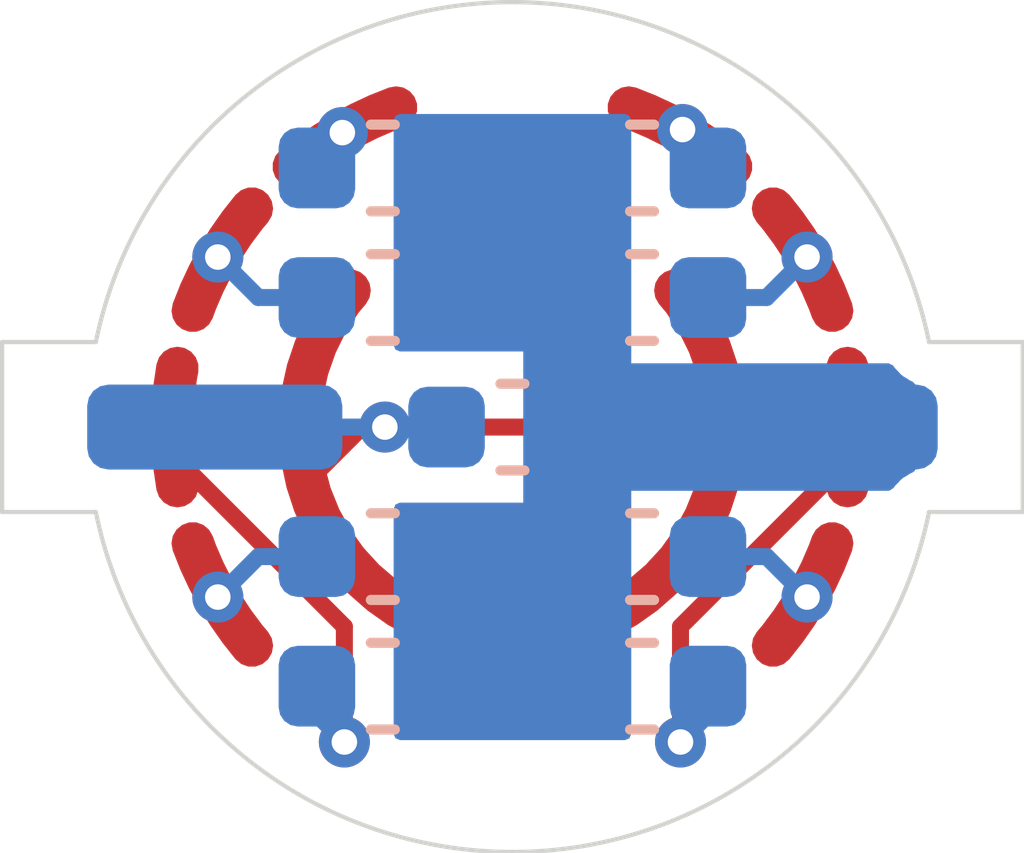
<source format=kicad_pcb>
(kicad_pcb (version 20241229) (generator "pcbnew") (generator_version "9.0")
  (layers (0 "F.Cu" signal) (2 "B.Cu" signal) (13 "F.Paste" user) (15 "B.Paste" user) (5 "F.SilkS" user "F.Silkscreen") (7 "B.SilkS" user "B.Silkscreen") (1 "F.Mask" user) (3 "B.Mask" user) (25 "Edge.Cuts" user))
  (net 0 "")
  (net 1 "/0")
  (net 2 "/1")
  (net 3 "/2")
  (net 4 "/3")
  (net 5 "/4")
  (net 6 "/5")
  (net 7 "/6")
  (net 8 "/7")
  (net 9 "/8")
  (net 10 "Net-(C101-Pad2)")
  (footprint "pad:7mm 20" (layer "F.Cu") (at 100 100 90)
    (property "Reference" "TP109" (hide yes))
    (property "Value" "TestPoint" (hide yes))
    (pad "1" smd custom (at 0 -4 90) (size 0.5 0.5) (layers "F.Cu" "F.Mask" "F.Paste") (net 8 "/7") (options (clearance outline) (anchor circle)) (primitives (gr_arc (start -0.695141 0.060866) (mid -0.3489 0.015246) (end 0 0) (width 0.5)) (gr_arc (start 0 0) (mid 0.3489 0.015245) (end 0.695141 0.060866) (width 0.5))))
  )
  (footprint "pad:7mm 20" (layer "F.Cu") (at 100 100 -90)
    (property "Reference" "TP105" (hide yes))
    (property "Value" "TestPoint" (hide yes))
    (pad "1" smd custom (at 0 -4 270) (size 0.5 0.5) (layers "F.Cu" "F.Mask" "F.Paste") (net 4 "/3") (options (clearance outline) (anchor circle)) (primitives (gr_arc (start -0.695141 0.060866) (mid -0.3489 0.015246) (end 0 0) (width 0.5)) (gr_arc (start 0 0) (mid 0.3489 0.015245) (end 0.695141 0.060866) (width 0.5))))
  )
  (footprint "pad:7mm 20" (layer "F.Cu") (at 100 100 30)
    (property "Reference" "TP107" (hide yes))
    (property "Value" "TestPoint" (hide yes))
    (pad "1" smd custom (at 0 -4 30) (size 0.5 0.5) (layers "F.Cu" "F.Mask" "F.Paste") (net 6 "/5") (options (clearance outline) (anchor circle)) (primitives (gr_arc (start -0.695141 0.060866) (mid -0.3489 0.015246) (end 0 0) (width 0.5)) (gr_arc (start 0 0) (mid 0.3489 0.015245) (end 0.695141 0.060866) (width 0.5))))
  )
  (footprint "pad:5mm 112.5" (layer "F.Cu") (at 100 100 -105)
    (property "Reference" "TP101" (hide yes))
    (property "Value" "TestPoint" (hide yes))
    (pad "1" smd custom (at 0 -2.500001 255) (size 0.5 0.5) (layers "F.Cu" "F.Mask" "F.Paste") (net 1 "/0") (options (clearance outline) (anchor circle)) (primitives (gr_arc (start -2.04808 1.066344) (mid -1.154526 0.282553) (end 0 0) (width 0.5)) (gr_arc (start 0 0) (mid 1.154526 0.282554) (end 2.04808 1.066345) (width 0.5))))
  )
  (footprint "pad:7mm 20" (layer "F.Cu") (at 100 100 -30)
    (property "Reference" "TP103" (hide yes))
    (property "Value" "TestPoint" (hide yes))
    (pad "1" smd custom (at 0 -4 330) (size 0.5 0.5) (layers "F.Cu" "F.Mask" "F.Paste") (net 2 "/1") (options (clearance outline) (anchor circle)) (primitives (gr_arc (start -0.695141 0.060866) (mid -0.3489 0.015246) (end 0 0) (width 0.5)) (gr_arc (start 0 0) (mid 0.3489 0.015245) (end 0.695141 0.060866) (width 0.5))))
  )
  (footprint "pad:5mm 112.5" (layer "F.Cu") (at 100 100 105)
    (property "Reference" "TP102" (hide yes))
    (property "Value" "TestPoint" (hide yes))
    (pad "1" smd custom (at 0 -2.500001 105) (size 0.5 0.5) (layers "F.Cu" "F.Mask" "F.Paste") (net 1 "/0") (options (clearance outline) (anchor circle)) (primitives (gr_arc (start -2.04808 1.066344) (mid -1.154526 0.282553) (end 0 0) (width 0.5)) (gr_arc (start 0 0) (mid 1.154526 0.282554) (end 2.04808 1.066345) (width 0.5))))
  )
  (footprint "pad:7mm 20" (layer "F.Cu") (at 100 100 60)
    (property "Reference" "TP108" (hide yes))
    (property "Value" "TestPoint" (hide yes))
    (pad "1" smd custom (at 0 -4 60) (size 0.5 0.5) (layers "F.Cu" "F.Mask" "F.Paste") (net 7 "/6") (options (clearance outline) (anchor circle)) (primitives (gr_arc (start -0.695141 0.060866) (mid -0.3489 0.015246) (end 0 0) (width 0.5)) (gr_arc (start 0 0) (mid 0.3489 0.015245) (end 0.695141 0.060866) (width 0.5))))
  )
  (footprint "pad:7mm 20" (layer "F.Cu") (at 100 100 -120)
    (property "Reference" "TP106" (hide yes))
    (property "Value" "TestPoint" (hide yes))
    (pad "1" smd custom (at 0 -4 240) (size 0.5 0.5) (layers "F.Cu" "F.Mask" "F.Paste") (net 5 "/4") (options (clearance outline) (anchor circle)) (primitives (gr_arc (start -0.695141 0.060866) (mid -0.3489 0.015246) (end 0 0) (width 0.5)) (gr_arc (start 0 0) (mid 0.3489 0.015245) (end 0.695141 0.060866) (width 0.5))))
  )
  (footprint "pad:7mm 20" (layer "F.Cu") (at 100 100 120)
    (property "Reference" "TP110" (hide yes))
    (property "Value" "TestPoint" (hide yes))
    (pad "1" smd custom (at 0 -4 120) (size 0.5 0.5) (layers "F.Cu" "F.Mask" "F.Paste") (net 9 "/8") (options (clearance outline) (anchor circle)) (primitives (gr_arc (start -0.695141 0.060866) (mid -0.3489 0.015246) (end 0 0) (width 0.5)) (gr_arc (start 0 0) (mid 0.3489 0.015245) (end 0.695141 0.060866) (width 0.5))))
  )
  (footprint "pad:7mm 20" (layer "F.Cu") (at 100 100 -60)
    (property "Reference" "TP104" (hide yes))
    (property "Value" "TestPoint" (hide yes))
    (pad "1" smd custom (at 0 -4 300) (size 0.5 0.5) (layers "F.Cu" "F.Mask" "F.Paste") (net 3 "/2") (options (clearance outline) (anchor circle)) (primitives (gr_arc (start -0.695141 0.060866) (mid -0.3489 0.015246) (end 0 0) (width 0.5)) (gr_arc (start 0 0) (mid 0.3489 0.015245) (end 0.695141 0.060866) (width 0.5))))
  )
  (footprint "Capacitor_SMD:C_0603_1608Metric" (layer "B.Cu") (at 98.476 98.476)
    (property "Reference" "C108" (hide yes))
    (property "Value" "120p" (hide yes))
    (fp_line (start -0.14058 -0.51) (end 0.14058 -0.51) (stroke (width 0.12)) (layer "B.SilkS"))
    (fp_line (start -0.14058 0.51) (end 0.14058 0.51) (stroke (width 0.12)) (layer "B.SilkS"))
    (pad "1" smd roundrect (at -0.775 0) (size 0.9 0.95) (layers "B.Cu" "B.Mask" "B.Paste") (net 7 "/6"))
    (pad "2" smd roundrect (at 0.775 0) (size 0.9 0.95) (layers "B.Cu" "B.Mask" "B.Paste") (net 10 "Net-(C101-Pad2)"))
  )
  (footprint "Capacitor_SMD:C_0603_1608Metric" (layer "B.Cu") (at 100 100)
    (property "Reference" "C101" (hide yes))
    (property "Value" "62p" (hide yes))
    (fp_line (start -0.14058 -0.51) (end 0.14058 -0.51) (stroke (width 0.12)) (layer "B.SilkS"))
    (fp_line (start -0.14058 0.51) (end 0.14058 0.51) (stroke (width 0.12)) (layer "B.SilkS"))
    (pad "1" smd roundrect (at -0.775 0) (size 0.9 0.95) (layers "B.Cu" "B.Mask" "B.Paste") (net 1 "/0"))
    (pad "2" smd roundrect (at 0.775 0) (size 0.9 0.95) (layers "B.Cu" "B.Mask" "B.Paste") (net 10 "Net-(C101-Pad2)"))
  )
  (footprint "Capacitor_SMD:C_0603_1608Metric" (layer "B.Cu") (at 101.524 98.476 180)
    (property "Reference" "C104" (hide yes))
    (property "Value" "27p" (hide yes))
    (fp_line (start -0.14058 0.51) (end 0.14058 0.51) (stroke (width 0.12)) (layer "B.SilkS"))
    (fp_line (start -0.14058 -0.51) (end 0.14058 -0.51) (stroke (width 0.12)) (layer "B.SilkS"))
    (pad "1" smd roundrect (at -0.775 0 180) (size 0.9 0.95) (layers "B.Cu" "B.Mask" "B.Paste") (net 3 "/2"))
    (pad "2" smd roundrect (at 0.775 0 180) (size 0.9 0.95) (layers "B.Cu" "B.Mask" "B.Paste") (net 10 "Net-(C101-Pad2)"))
  )
  (footprint "Capacitor_SMD:C_0603_1608Metric" (layer "B.Cu") (at 101.524 101.524 180)
    (property "Reference" "C106" (hide yes))
    (property "Value" "56p" (hide yes))
    (fp_line (start -0.14058 0.51) (end 0.14058 0.51) (stroke (width 0.12)) (layer "B.SilkS"))
    (fp_line (start -0.14058 -0.51) (end 0.14058 -0.51) (stroke (width 0.12)) (layer "B.SilkS"))
    (pad "1" smd roundrect (at -0.775 0 180) (size 0.9 0.95) (layers "B.Cu" "B.Mask" "B.Paste") (net 5 "/4"))
    (pad "2" smd roundrect (at 0.775 0 180) (size 0.9 0.95) (layers "B.Cu" "B.Mask" "B.Paste") (net 10 "Net-(C101-Pad2)"))
  )
  (footprint "Capacitor_SMD:C_0603_1608Metric" (layer "B.Cu") (at 101.524 103.048 180)
    (property "Reference" "C105" (hide yes))
    (property "Value" "39p" (hide yes))
    (fp_line (start -0.14058 0.51) (end 0.14058 0.51) (stroke (width 0.12)) (layer "B.SilkS"))
    (fp_line (start -0.14058 -0.51) (end 0.14058 -0.51) (stroke (width 0.12)) (layer "B.SilkS"))
    (pad "1" smd roundrect (at -0.775 0 180) (size 0.9 0.95) (layers "B.Cu" "B.Mask" "B.Paste") (net 4 "/3"))
    (pad "2" smd roundrect (at 0.775 0 180) (size 0.9 0.95) (layers "B.Cu" "B.Mask" "B.Paste") (net 10 "Net-(C101-Pad2)"))
  )
  (footprint "pad:L" (layer "B.Cu") (at 100 100)
    (property "Reference" "L101" (hide yes))
    (property "Value" "1m" (hide yes))
    (pad "1" smd roundrect (at -3.5 0) (size 3 1) (layers "B.Cu" "B.Mask" "B.Paste") (net 1 "/0"))
    (pad "2" smd roundrect (at 3.5 0) (size 3 1) (layers "B.Cu" "B.Mask" "B.Paste") (net 10 "Net-(C101-Pad2)"))
  )
  (footprint "Capacitor_SMD:C_0603_1608Metric" (layer "B.Cu") (at 98.476 96.952)
    (property "Reference" "C107" (hide yes))
    (property "Value" "82p" (hide yes))
    (fp_line (start -0.14058 -0.51) (end 0.14058 -0.51) (stroke (width 0.12)) (layer "B.SilkS"))
    (fp_line (start -0.14058 0.51) (end 0.14058 0.51) (stroke (width 0.12)) (layer "B.SilkS"))
    (pad "1" smd roundrect (at -0.775 0) (size 0.9 0.95) (layers "B.Cu" "B.Mask" "B.Paste") (net 6 "/5"))
    (pad "2" smd roundrect (at 0.775 0) (size 0.9 0.95) (layers "B.Cu" "B.Mask" "B.Paste") (net 10 "Net-(C101-Pad2)"))
  )
  (footprint "Capacitor_SMD:C_0603_1608Metric" (layer "B.Cu") (at 98.476 101.524)
    (property "Reference" "C110" (hide yes))
    (property "Value" "220p" (hide yes))
    (fp_line (start -0.14058 -0.51) (end 0.14058 -0.51) (stroke (width 0.12)) (layer "B.SilkS"))
    (fp_line (start -0.14058 0.51) (end 0.14058 0.51) (stroke (width 0.12)) (layer "B.SilkS"))
    (pad "1" smd roundrect (at -0.775 0) (size 0.9 0.95) (layers "B.Cu" "B.Mask" "B.Paste") (net 9 "/8"))
    (pad "2" smd roundrect (at 0.775 0) (size 0.9 0.95) (layers "B.Cu" "B.Mask" "B.Paste") (net 10 "Net-(C101-Pad2)"))
  )
  (footprint "Capacitor_SMD:C_0603_1608Metric" (layer "B.Cu") (at 101.524 96.952 180)
    (property "Reference" "C103" (hide yes))
    (property "Value" "12p" (hide yes))
    (fp_line (start -0.14058 0.51) (end 0.14058 0.51) (stroke (width 0.12)) (layer "B.SilkS"))
    (fp_line (start -0.14058 -0.51) (end 0.14058 -0.51) (stroke (width 0.12)) (layer "B.SilkS"))
    (pad "1" smd roundrect (at -0.775 0 180) (size 0.9 0.95) (layers "B.Cu" "B.Mask" "B.Paste") (net 2 "/1"))
    (pad "2" smd roundrect (at 0.775 0 180) (size 0.9 0.95) (layers "B.Cu" "B.Mask" "B.Paste") (net 10 "Net-(C101-Pad2)"))
  )
  (footprint "Capacitor_SMD:C_0603_1608Metric" (layer "B.Cu") (at 98.476 103.048)
    (property "Reference" "C109" (hide yes))
    (property "Value" "160p" (hide yes))
    (fp_line (start -0.14058 -0.51) (end 0.14058 -0.51) (stroke (width 0.12)) (layer "B.SilkS"))
    (fp_line (start -0.14058 0.51) (end 0.14058 0.51) (stroke (width 0.12)) (layer "B.SilkS"))
    (pad "1" smd roundrect (at -0.775 0) (size 0.9 0.95) (layers "B.Cu" "B.Mask" "B.Paste") (net 8 "/7"))
    (pad "2" smd roundrect (at 0.775 0) (size 0.9 0.95) (layers "B.Cu" "B.Mask" "B.Paste") (net 10 "Net-(C101-Pad2)"))
  )
  (gr_line (start 104.898015 101) (end 106 101) (stroke (width 0.05)) (layer "Edge.Cuts"))
  (gr_line (start 94 99) (end 94 101) (stroke (width 0.05)) (layer "Edge.Cuts"))
  (gr_line (start 95.101985 99) (end 94 99) (stroke (width 0.05)) (layer "Edge.Cuts"))
  (gr_arc (start 95.101985 99) (mid 96.838395 96.127688) (end 100 95.000945) (stroke (width 0.05)) (layer "Edge.Cuts"))
  (gr_arc (start 100 95.000945) (mid 103.161605 96.127688) (end 104.898015 99) (stroke (width 0.05)) (layer "Edge.Cuts"))
  (gr_line (start 104.898015 99) (end 106 99) (stroke (width 0.05)) (layer "Edge.Cuts"))
  (gr_arc (start 100 104.999055) (mid 96.838395 103.872312) (end 95.101985 101) (stroke (width 0.05)) (layer "Edge.Cuts"))
  (gr_line (start 106 101) (end 106 99) (stroke (width 0.05)) (layer "Edge.Cuts"))
  (gr_arc (start 104.898015 101) (mid 103.161605 103.872312) (end 100 104.999055) (stroke (width 0.05)) (layer "Edge.Cuts"))
  (gr_line (start 95.101985 101) (end 94 101) (stroke (width 0.05)) (layer "Edge.Cuts"))
  (segment (start 98.5 100) (end 101.767767 100) (width 0.2) (layer "F.Cu") (net 1))
  (segment (start 98.232233 100) (end 97.585185 100.647048) (width 0.2) (layer "F.Cu") (net 1))
  (segment (start 98.5 100) (end 98.232233 100) (width 0.2) (layer "F.Cu") (net 1))
  (segment (start 101.767767 100) (end 102.414815 100.647048) (width 0.2) (layer "F.Cu") (net 1))
  (via (at 98.5 100) (size 0.6) (drill 0.3) (layers "F.Cu" "B.Cu") (net 1))
  (segment (start 99.225 100) (end 98.5 100) (width 0.2) (layer "B.Cu") (net 1))
  (segment (start 96.75 100) (end 98.5 100) (width 0.2) (layer "B.Cu") (net 1))
  (via (at 102 96.5) (size 0.6) (drill 0.3) (layers "F.Cu" "B.Cu") (net 2))
  (via (at 103.464102 98) (size 0.6) (drill 0.3) (layers "F.Cu" "B.Cu") (net 3))
  (segment (start 102.299 98.476) (end 102.988102 98.476) (width 0.2) (layer "B.Cu") (net 3))
  (segment (start 102.988102 98.476) (end 103.464102 98) (width 0.2) (layer "B.Cu") (net 3))
  (segment (start 104 100.323664) (end 104 100) (width 0.2) (layer "F.Cu") (net 4))
  (segment (start 101.976024 103.705046) (end 101.976024 102.34764) (width 0.2) (layer "F.Cu") (net 4))
  (segment (start 101.976024 102.34764) (end 104 100.323664) (width 0.2) (layer "F.Cu") (net 4))
  (via (at 101.976024 103.705046) (size 0.6) (drill 0.3) (layers "F.Cu" "B.Cu") (net 4))
  (segment (start 102.299 103.048) (end 102.299 103.38207) (width 0.2) (layer "B.Cu") (net 4))
  (segment (start 102.299 103.38207) (end 101.976024 103.705046) (width 0.2) (layer "B.Cu") (net 4))
  (via (at 103.464102 102) (size 0.6) (drill 0.3) (layers "F.Cu" "B.Cu") (net 5))
  (segment (start 102.988102 101.524) (end 103.464102 102) (width 0.2) (layer "B.Cu") (net 5))
  (segment (start 102.299 101.524) (end 102.988102 101.524) (width 0.2) (layer "B.Cu") (net 5))
  (via (at 98 96.535898) (size 0.6) (drill 0.3) (layers "F.Cu" "B.Cu") (net 6))
  (via (at 96.535898 98) (size 0.6) (drill 0.3) (layers "F.Cu" "B.Cu") (net 7))
  (segment (start 97.011898 98.476) (end 96.535898 98) (width 0.2) (layer "B.Cu") (net 7))
  (segment (start 97.701 98.476) (end 97.011898 98.476) (width 0.2) (layer "B.Cu") (net 7))
  (segment (start 96 100) (end 96 100.323662) (width 0.2) (layer "F.Cu") (net 8))
  (segment (start 96 100.323662) (end 98.023976 102.347638) (width 0.2) (layer "F.Cu") (net 8))
  (segment (start 98.023976 102.347638) (end 98.023976 103.705046) (width 0.2) (layer "F.Cu") (net 8))
  (via (at 98.023976 103.705046) (size 0.6) (drill 0.3) (layers "F.Cu" "B.Cu") (net 8))
  (segment (start 97.701 103.048) (end 97.701 103.38207) (width 0.2) (layer "B.Cu") (net 8))
  (segment (start 97.701 103.38207) (end 98.023976 103.705046) (width 0.2) (layer "B.Cu") (net 8))
  (via (at 96.535898 102) (size 0.6) (drill 0.3) (layers "F.Cu" "B.Cu") (net 9))
  (segment (start 97.701 101.524) (end 97.011898 101.524) (width 0.2) (layer "B.Cu") (net 9))
  (segment (start 97.011898 101.524) (end 96.535898 102) (width 0.2) (layer "B.Cu") (net 9))
  (zone (net 10) (net_name "Net-(C101-Pad2)") (layer "B.Cu") (connect_pads yes (clearance 0.2)) (min_thickness 0.15) (fill yes (thermal_gap 0.5) (thermal_bridge_width 0.5))
    (polygon (pts (xy 98.603 96.317) (xy 101.397 96.317) (xy 101.397 99.25) (xy 104.75 99.25) (xy 104.75 100.75) (xy 101.397 100.75) (xy 101.397 103.683) (xy 98.603 103.683) (xy 98.603 100.889) (xy 100.127 100.889) (xy 100.127 99.111) (xy 98.603 99.111)))
  )
)
</source>
